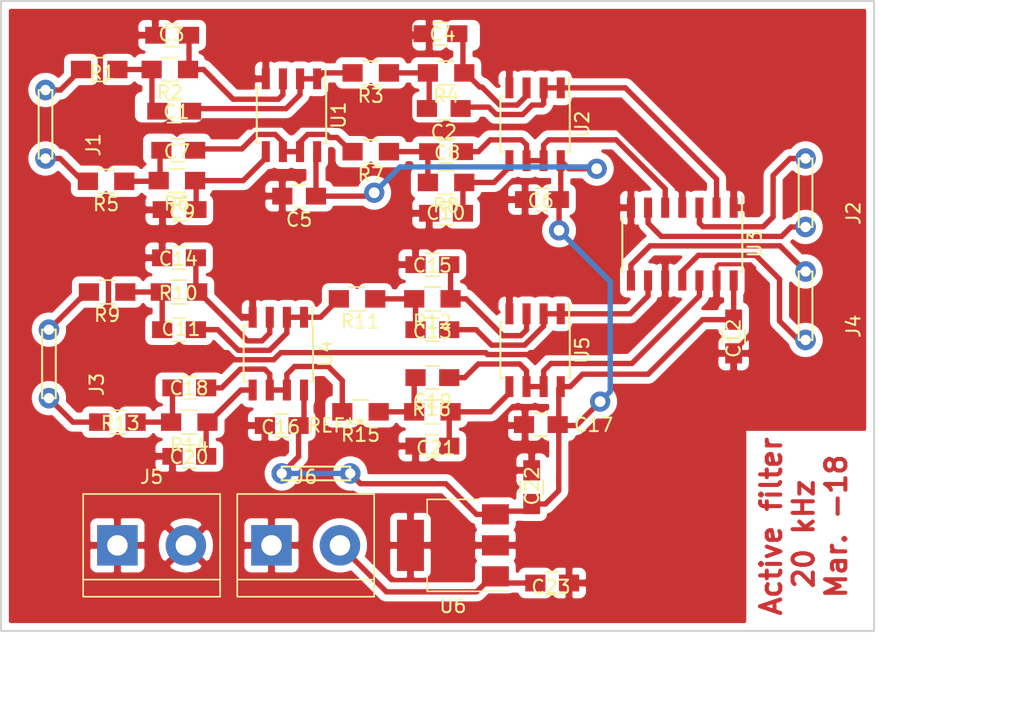
<source format=kicad_pcb>
(kicad_pcb (version 4) (host pcbnew 4.0.7)
  (layers (0 F.Cu signal hide) (31 B.Cu signal) (34 B.Paste user hide) (35 F.Paste user) (36 B.SilkS user) (37 F.SilkS user) (38 B.Mask user) (39 F.Mask user) (44 Edge.Cuts user))
  (net 0 "")
  (net 1 GND)
  (net 2 "Net-(C2-Pad1)")
  (net 3 VCC)
  (net 4 "Net-(J2-Pad1)")
  (net 5 "Net-(J2-Pad2)")
  (net 6 "Net-(C9-Pad1)")
  (net 7 "Net-(C10-Pad1)")
  (net 8 "Net-(C11-Pad1)")
  (net 9 "Net-(C11-Pad2)")
  (net 10 "Net-(C15-Pad1)")
  (net 11 "Net-(C18-Pad1)")
  (net 12 "Net-(C18-Pad2)")
  (net 13 "Net-(C4-Pad1)")
  (net 14 "Net-(C7-Pad1)")
  (net 15 "Net-(J3-Pad1)")
  (net 16 "Net-(J3-Pad2)")
  (net 17 "Net-(C1-Pad1)")
  (net 18 "Net-(C1-Pad2)")
  (net 19 "Net-(C2-Pad2)")
  (net 20 "Net-(C3-Pad1)")
  (net 21 "Net-(C7-Pad2)")
  (net 22 "Net-(C8-Pad1)")
  (net 23 "Net-(C19-Pad1)")
  (net 24 "Net-(J1-Pad1)")
  (net 25 "Net-(J1-Pad2)")
  (net 26 "Net-(J4-Pad1)")
  (net 27 "Net-(J4-Pad2)")
  (net 28 "Net-(C8-Pad2)")
  (net 29 "Net-(C13-Pad1)")
  (net 30 "Net-(C13-Pad2)")
  (net 31 "Net-(C14-Pad1)")
  (net 32 "Net-(C21-Pad1)")
  (net 33 "Net-(C19-Pad2)")
  (net 34 "Net-(C20-Pad1)")
  (net 35 "Net-(C23-Pad1)")
  (module Capacitors_SMD:C_0805_HandSoldering (layer F.Cu) (at 139.85 70.15)
    (fp_text reference C1 (at 0.154 0.05) (layer F.SilkS))
    (fp_text value 4.7nF)
    (pad 1 smd rect (at -1.25 0) (size 1.5 1.25) (layers F.Cu F.Paste F.Mask) (net 17 "Net-(C1-Pad1)"))
    (pad 2 smd rect (at 1.25 0) (size 1.5 1.25) (layers F.Cu F.Paste F.Mask) (net 18 "Net-(C1-Pad2)"))
  )
  (module Capacitors_SMD:C_0805_HandSoldering (layer F.Cu) (at 159.85 69.95 180)
    (fp_text reference C2 (at 0 -1.75 180) (layer F.SilkS))
    (fp_text value 820pf)
    (pad 1 smd rect (at -1.25 0 180) (size 1.5 1.25) (layers F.Cu F.Paste F.Mask) (net 2 "Net-(C2-Pad1)"))
    (pad 2 smd rect (at 1.25 0 180) (size 1.5 1.25) (layers F.Cu F.Paste F.Mask) (net 19 "Net-(C2-Pad2)"))
  )
  (module Capacitors_SMD:C_0805_HandSoldering (layer F.Cu) (at 139.7 64.516 180)
    (fp_text reference C3 (at 0.05 0.066 180) (layer F.SilkS))
    (fp_text value 680pF)
    (pad 1 smd rect (at -1.25 0 180) (size 1.5 1.25) (layers F.Cu F.Paste F.Mask) (net 20 "Net-(C3-Pad1)"))
    (pad 2 smd rect (at 1.25 0 180) (size 1.5 1.25) (layers F.Cu F.Paste F.Mask) (net 1 GND))
  )
  (module Capacitors_SMD:C_0805_HandSoldering (layer F.Cu) (at 159.6 64.4 180)
    (fp_text reference C4 (at -0.15 -0.05 180) (layer F.SilkS))
    (fp_text value 680pF)
    (pad 1 smd rect (at -1.25 0 180) (size 1.5 1.25) (layers F.Cu F.Paste F.Mask) (net 13 "Net-(C4-Pad1)"))
    (pad 2 smd rect (at 1.25 0 180) (size 1.5 1.25) (layers F.Cu F.Paste F.Mask) (net 1 GND))
  )
  (module Capacitors_SMD:C_0805_HandSoldering (layer F.Cu) (at 149.118 76.454 180)
    (fp_text reference C5 (at 0 -1.75 180) (layer F.SilkS))
    (fp_text value C)
    (pad 1 smd rect (at -1.25 0 180) (size 1.5 1.25) (layers F.Cu F.Paste F.Mask) (net 3 VCC))
    (pad 2 smd rect (at 1.25 0 180) (size 1.5 1.25) (layers F.Cu F.Paste F.Mask) (net 1 GND))
  )
  (module Capacitors_SMD:C_0805_HandSoldering (layer F.Cu) (at 167.132 76.708 180)
    (fp_text reference C6 (at 0.082 -0.092 180) (layer F.SilkS))
    (fp_text value C)
    (pad 1 smd rect (at -1.25 0 180) (size 1.5 1.25) (layers F.Cu F.Paste F.Mask) (net 3 VCC))
    (pad 2 smd rect (at 1.25 0 180) (size 1.5 1.25) (layers F.Cu F.Paste F.Mask) (net 1 GND))
  )
  (module Capacitors_SMD:C_0805_HandSoldering (layer F.Cu) (at 140.15 73.05)
    (fp_text reference C7 (at -0.1 0.1) (layer F.SilkS))
    (fp_text value 4.7nF)
    (pad 1 smd rect (at -1.25 0) (size 1.5 1.25) (layers F.Cu F.Paste F.Mask) (net 14 "Net-(C7-Pad1)"))
    (pad 2 smd rect (at 1.25 0) (size 1.5 1.25) (layers F.Cu F.Paste F.Mask) (net 21 "Net-(C7-Pad2)"))
  )
  (module Capacitors_SMD:C_0805_HandSoldering (layer F.Cu) (at 160.02 73.152 180)
    (fp_text reference C8 (at -0.08 -0.098 180) (layer F.SilkS))
    (fp_text value 820pf)
    (pad 1 smd rect (at -1.25 0 180) (size 1.5 1.25) (layers F.Cu F.Paste F.Mask) (net 22 "Net-(C8-Pad1)"))
    (pad 2 smd rect (at 1.25 0 180) (size 1.5 1.25) (layers F.Cu F.Paste F.Mask) (net 28 "Net-(C8-Pad2)"))
  )
  (module Capacitors_SMD:C_0805_HandSoldering (layer F.Cu) (at 140.25 77.45 180)
    (fp_text reference C9 (at -0.2 -0.2 180) (layer F.SilkS))
    (fp_text value 680pF)
    (pad 1 smd rect (at -1.25 0 180) (size 1.5 1.25) (layers F.Cu F.Paste F.Mask) (net 6 "Net-(C9-Pad1)"))
    (pad 2 smd rect (at 1.25 0 180) (size 1.5 1.25) (layers F.Cu F.Paste F.Mask) (net 1 GND))
  )
  (module Capacitors_SMD:C_0805_HandSoldering (layer F.Cu) (at 160.02 77.724 180)
    (fp_text reference C10 (at 0.02 0.024 180) (layer F.SilkS))
    (fp_text value 680pF)
    (pad 1 smd rect (at -1.25 0 180) (size 1.5 1.25) (layers F.Cu F.Paste F.Mask) (net 7 "Net-(C10-Pad1)"))
    (pad 2 smd rect (at 1.25 0 180) (size 1.5 1.25) (layers F.Cu F.Paste F.Mask) (net 1 GND))
  )
  (module Capacitors_SMD:C_0805_HandSoldering (layer F.Cu) (at 140.208 86.36)
    (fp_text reference C11 (at 0.142 -0.06) (layer F.SilkS))
    (fp_text value 4.7nF)
    (pad 1 smd rect (at -1.25 0) (size 1.5 1.25) (layers F.Cu F.Paste F.Mask) (net 8 "Net-(C11-Pad1)"))
    (pad 2 smd rect (at 1.25 0) (size 1.5 1.25) (layers F.Cu F.Paste F.Mask) (net 9 "Net-(C11-Pad2)"))
  )
  (module Capacitors_SMD:C_0805_HandSoldering (layer F.Cu) (at 181.356 86.868 270)
    (fp_text reference C12 (at 0.132 0.006 270) (layer F.SilkS))
    (fp_text value C)
    (pad 1 smd rect (at -1.25 0 270) (size 1.5 1.25) (layers F.Cu F.Paste F.Mask) (net 3 VCC))
    (pad 2 smd rect (at 1.25 0 270) (size 1.5 1.25) (layers F.Cu F.Paste F.Mask) (net 1 GND))
  )
  (module Capacitors_SMD:C_0805_HandSoldering (layer F.Cu) (at 159.004 86.36 180)
    (fp_text reference C13 (at 0.004 -0.14 180) (layer F.SilkS))
    (fp_text value 820pf)
    (pad 1 smd rect (at -1.25 0 180) (size 1.5 1.25) (layers F.Cu F.Paste F.Mask) (net 29 "Net-(C13-Pad1)"))
    (pad 2 smd rect (at 1.25 0 180) (size 1.5 1.25) (layers F.Cu F.Paste F.Mask) (net 30 "Net-(C13-Pad2)"))
  )
  (module Capacitors_SMD:C_0805_HandSoldering (layer F.Cu) (at 140.208 81.026 180)
    (fp_text reference C14 (at 0.058 -0.074 180) (layer F.SilkS))
    (fp_text value 680pF)
    (pad 1 smd rect (at -1.25 0 180) (size 1.5 1.25) (layers F.Cu F.Paste F.Mask) (net 31 "Net-(C14-Pad1)"))
    (pad 2 smd rect (at 1.25 0 180) (size 1.5 1.25) (layers F.Cu F.Paste F.Mask) (net 1 GND))
  )
  (module Capacitors_SMD:C_0805_HandSoldering (layer F.Cu) (at 159.004 81.534 180)
    (fp_text reference C15 (at 0.004 -0.066 180) (layer F.SilkS))
    (fp_text value 680pF)
    (pad 1 smd rect (at -1.25 0 180) (size 1.5 1.25) (layers F.Cu F.Paste F.Mask) (net 10 "Net-(C15-Pad1)"))
    (pad 2 smd rect (at 1.25 0 180) (size 1.5 1.25) (layers F.Cu F.Paste F.Mask) (net 1 GND))
  )
  (module Capacitors_SMD:C_0805_HandSoldering (layer F.Cu) (at 147.828 93.472 180)
    (fp_text reference C16 (at 0.078 -0.128 180) (layer F.SilkS))
    (fp_text value C)
    (pad 1 smd rect (at -1.25 0 180) (size 1.5 1.25) (layers F.Cu F.Paste F.Mask) (net 3 VCC))
    (pad 2 smd rect (at 1.25 0 180) (size 1.5 1.25) (layers F.Cu F.Paste F.Mask) (net 1 GND))
  )
  (module Capacitors_SMD:C_0805_HandSoldering (layer F.Cu) (at 167.05 93.4 180)
    (fp_text reference C17 (at -3.918 -0.028 180) (layer F.SilkS))
    (fp_text value C)
    (pad 1 smd rect (at -1.25 0 180) (size 1.5 1.25) (layers F.Cu F.Paste F.Mask) (net 3 VCC))
    (pad 2 smd rect (at 1.25 0 180) (size 1.5 1.25) (layers F.Cu F.Paste F.Mask) (net 1 GND))
  )
  (module Capacitors_SMD:C_0805_HandSoldering (layer F.Cu) (at 140.97 90.678)
    (fp_text reference C18 (at -0.02 0.022) (layer F.SilkS))
    (fp_text value 4.7nF)
    (pad 1 smd rect (at -1.25 0) (size 1.5 1.25) (layers F.Cu F.Paste F.Mask) (net 11 "Net-(C18-Pad1)"))
    (pad 2 smd rect (at 1.25 0) (size 1.5 1.25) (layers F.Cu F.Paste F.Mask) (net 12 "Net-(C18-Pad2)"))
  )
  (module Capacitors_SMD:C_0805_HandSoldering (layer F.Cu) (at 159.004 89.916 180)
    (fp_text reference C19 (at 0 -1.75 180) (layer F.SilkS))
    (fp_text value 820pf)
    (pad 1 smd rect (at -1.25 0 180) (size 1.5 1.25) (layers F.Cu F.Paste F.Mask) (net 23 "Net-(C19-Pad1)"))
    (pad 2 smd rect (at 1.25 0 180) (size 1.5 1.25) (layers F.Cu F.Paste F.Mask) (net 33 "Net-(C19-Pad2)"))
  )
  (module Connectors_Terminal_Blocks:TerminalBlock_bornier-2_P5.08mm (layer F.Cu) (at 135.636 102.362)
    (fp_text reference J5 (at 2.54 -5.08) (layer F.SilkS))
    (fp_text value GND_conns)
    (pad 1 thru_hole rect (at 0 0) (size 3 3) (drill 1.52) (layers *.Cu *.Mask) (net 1 GND))
    (pad 2 thru_hole circle (at 5.08 0) (size 3 3) (drill 1.52) (layers *.Cu *.Mask) (net 1 GND))
  )
  (module Connectors_Terminal_Blocks:TerminalBlock_bornier-2_P5.08mm (layer F.Cu) (at 147.066 102.362)
    (fp_text reference J6 (at 2.54 -5.08) (layer F.SilkS))
    (fp_text value PWR_Ext)
    (pad 1 thru_hole rect (at 0 0) (size 3 3) (drill 1.52) (layers *.Cu *.Mask) (net 1 GND))
    (pad 2 thru_hole circle (at 5.08 0) (size 3 3) (drill 1.52) (layers *.Cu *.Mask) (net 35 "Net-(C23-Pad1)"))
  )
  (module Resistors_SMD:R_0805_HandSoldering (layer F.Cu) (at 134.286 67.056 180)
    (fp_text reference R1 (at -0.214 -0.244 180) (layer F.SilkS))
    (fp_text value 5,23K)
    (pad 1 smd rect (at -1.35 0 180) (size 1.5 1.3) (layers F.Cu F.Paste F.Mask) (net 17 "Net-(C1-Pad1)"))
    (pad 2 smd rect (at 1.35 0 180) (size 1.5 1.3) (layers F.Cu F.Paste F.Mask) (net 24 "Net-(J1-Pad1)"))
  )
  (module Resistors_SMD:R_0805_HandSoldering (layer F.Cu) (at 139.526 67.056 180)
    (fp_text reference R2 (at 0 -1.7 180) (layer F.SilkS))
    (fp_text value 6,65K)
    (pad 1 smd rect (at -1.35 0 180) (size 1.5 1.3) (layers F.Cu F.Paste F.Mask) (net 20 "Net-(C3-Pad1)"))
    (pad 2 smd rect (at 1.35 0 180) (size 1.5 1.3) (layers F.Cu F.Paste F.Mask) (net 17 "Net-(C1-Pad1)"))
  )
  (module Resistors_SMD:R_0805_HandSoldering (layer F.Cu) (at 154.432 67.31 180)
    (fp_text reference R3 (at 0 -1.7 180) (layer F.SilkS))
    (fp_text value 11,8K)
    (pad 1 smd rect (at -1.35 0 180) (size 1.5 1.3) (layers F.Cu F.Paste F.Mask) (net 19 "Net-(C2-Pad2)"))
    (pad 2 smd rect (at 1.35 0 180) (size 1.5 1.3) (layers F.Cu F.Paste F.Mask) (net 18 "Net-(C1-Pad2)"))
  )
  (module Resistors_SMD:R_0805_HandSoldering (layer F.Cu) (at 160.02 67.31 180)
    (fp_text reference R4 (at 0 -1.7 180) (layer F.SilkS))
    (fp_text value 16,9K)
    (pad 1 smd rect (at -1.35 0 180) (size 1.5 1.3) (layers F.Cu F.Paste F.Mask) (net 13 "Net-(C4-Pad1)"))
    (pad 2 smd rect (at 1.35 0 180) (size 1.5 1.3) (layers F.Cu F.Paste F.Mask) (net 19 "Net-(C2-Pad2)"))
  )
  (module Resistors_SMD:R_0805_HandSoldering (layer F.Cu) (at 134.794 75.35 180)
    (fp_text reference R5 (at 0 -1.7 180) (layer F.SilkS))
    (fp_text value 5,23K)
    (pad 1 smd rect (at -1.35 0 180) (size 1.5 1.3) (layers F.Cu F.Paste F.Mask) (net 14 "Net-(C7-Pad1)"))
    (pad 2 smd rect (at 1.35 0 180) (size 1.5 1.3) (layers F.Cu F.Paste F.Mask) (net 25 "Net-(J1-Pad2)"))
  )
  (module Resistors_SMD:R_0805_HandSoldering (layer F.Cu) (at 140.05 75.3 180)
    (fp_text reference R6 (at 0 -1.7 180) (layer F.SilkS))
    (fp_text value 6,65K)
    (pad 1 smd rect (at -1.35 0 180) (size 1.5 1.3) (layers F.Cu F.Paste F.Mask) (net 6 "Net-(C9-Pad1)"))
    (pad 2 smd rect (at 1.35 0 180) (size 1.5 1.3) (layers F.Cu F.Paste F.Mask) (net 14 "Net-(C7-Pad1)"))
  )
  (module Resistors_SMD:R_0805_HandSoldering (layer F.Cu) (at 154.432 73.152 180)
    (fp_text reference R7 (at 0 -1.7 180) (layer F.SilkS))
    (fp_text value 11,8K)
    (pad 1 smd rect (at -1.35 0 180) (size 1.5 1.3) (layers F.Cu F.Paste F.Mask) (net 28 "Net-(C8-Pad2)"))
    (pad 2 smd rect (at 1.35 0 180) (size 1.5 1.3) (layers F.Cu F.Paste F.Mask) (net 21 "Net-(C7-Pad2)"))
  )
  (module Resistors_SMD:R_0805_HandSoldering (layer F.Cu) (at 160.02 75.438 180)
    (fp_text reference R8 (at 0 -1.7 180) (layer F.SilkS))
    (fp_text value 16,9K)
    (pad 1 smd rect (at -1.35 0 180) (size 1.5 1.3) (layers F.Cu F.Paste F.Mask) (net 7 "Net-(C10-Pad1)"))
    (pad 2 smd rect (at 1.35 0 180) (size 1.5 1.3) (layers F.Cu F.Paste F.Mask) (net 28 "Net-(C8-Pad2)"))
  )
  (module Resistors_SMD:R_0805_HandSoldering (layer F.Cu) (at 134.874 83.566 180)
    (fp_text reference R9 (at 0 -1.7 180) (layer F.SilkS))
    (fp_text value 5,23K)
    (pad 1 smd rect (at -1.35 0 180) (size 1.5 1.3) (layers F.Cu F.Paste F.Mask) (net 8 "Net-(C11-Pad1)"))
    (pad 2 smd rect (at 1.35 0 180) (size 1.5 1.3) (layers F.Cu F.Paste F.Mask) (net 15 "Net-(J3-Pad1)"))
  )
  (module Resistors_SMD:R_0805_HandSoldering (layer F.Cu) (at 140.208 83.566 180)
    (fp_text reference R10 (at 0.058 -0.084 180) (layer F.SilkS))
    (fp_text value 6,65K)
    (pad 1 smd rect (at -1.35 0 180) (size 1.5 1.3) (layers F.Cu F.Paste F.Mask) (net 31 "Net-(C14-Pad1)"))
    (pad 2 smd rect (at 1.35 0 180) (size 1.5 1.3) (layers F.Cu F.Paste F.Mask) (net 8 "Net-(C11-Pad1)"))
  )
  (module Resistors_SMD:R_0805_HandSoldering (layer F.Cu) (at 153.416 84.074 180)
    (fp_text reference R11 (at -0.234 -1.676 180) (layer F.SilkS))
    (fp_text value 11,8K)
    (pad 1 smd rect (at -1.35 0 180) (size 1.5 1.3) (layers F.Cu F.Paste F.Mask) (net 30 "Net-(C13-Pad2)"))
    (pad 2 smd rect (at 1.35 0 180) (size 1.5 1.3) (layers F.Cu F.Paste F.Mask) (net 9 "Net-(C11-Pad2)"))
  )
  (module Resistors_SMD:R_0805_HandSoldering (layer F.Cu) (at 159.004 84.074 180)
    (fp_text reference R12 (at 0 -1.7 180) (layer F.SilkS))
    (fp_text value 16,9K)
    (pad 1 smd rect (at -1.35 0 180) (size 1.5 1.3) (layers F.Cu F.Paste F.Mask) (net 10 "Net-(C15-Pad1)"))
    (pad 2 smd rect (at 1.35 0 180) (size 1.5 1.3) (layers F.Cu F.Paste F.Mask) (net 30 "Net-(C13-Pad2)"))
  )
  (module Resistors_SMD:R_0805_HandSoldering (layer F.Cu) (at 135.636 93.218 180)
    (fp_text reference R13 (at -0.214 -0.082 180) (layer F.SilkS))
    (fp_text value 5,23K)
    (pad 1 smd rect (at -1.35 0 180) (size 1.5 1.3) (layers F.Cu F.Paste F.Mask) (net 11 "Net-(C18-Pad1)"))
    (pad 2 smd rect (at 1.35 0 180) (size 1.5 1.3) (layers F.Cu F.Paste F.Mask) (net 16 "Net-(J3-Pad2)"))
  )
  (module Resistors_SMD:R_0805_HandSoldering (layer F.Cu) (at 140.97 93.218 180)
    (fp_text reference R14 (at 0 -1.7 180) (layer F.SilkS))
    (fp_text value 6,65K)
    (pad 1 smd rect (at -1.35 0 180) (size 1.5 1.3) (layers F.Cu F.Paste F.Mask) (net 34 "Net-(C20-Pad1)"))
    (pad 2 smd rect (at 1.35 0 180) (size 1.5 1.3) (layers F.Cu F.Paste F.Mask) (net 11 "Net-(C18-Pad1)"))
  )
  (module Resistors_SMD:R_0805_HandSoldering (layer F.Cu) (at 153.67 92.456 180)
    (fp_text reference R15 (at 0 -1.7 180) (layer F.SilkS))
    (fp_text value 11,8K)
    (pad 1 smd rect (at -1.35 0 180) (size 1.5 1.3) (layers F.Cu F.Paste F.Mask) (net 33 "Net-(C19-Pad2)"))
    (pad 2 smd rect (at 1.35 0 180) (size 1.5 1.3) (layers F.Cu F.Paste F.Mask) (net 12 "Net-(C18-Pad2)"))
  )
  (module Resistors_SMD:R_0805_HandSoldering (layer F.Cu) (at 159.004 92.456 180)
    (fp_text reference R16 (at 0.054 0.206 180) (layer F.SilkS))
    (fp_text value 16,9K)
    (pad 1 smd rect (at -1.35 0 180) (size 1.5 1.3) (layers F.Cu F.Paste F.Mask) (net 32 "Net-(C21-Pad1)"))
    (pad 2 smd rect (at 1.35 0 180) (size 1.5 1.3) (layers F.Cu F.Paste F.Mask) (net 33 "Net-(C19-Pad2)"))
  )
  (module Housings_SOIC:SOIC-8_3.9x4.9mm_Pitch1.27mm (layer F.Cu) (at 148.55 70.45 270)
    (fp_text reference U1 (at 0 -3.5 270) (layer F.SilkS))
    (fp_text value NE5532)
    (pad 1 smd rect (at -2.7 -1.905 270) (size 1.55 0.6) (layers F.Cu F.Paste F.Mask) (net 18 "Net-(C1-Pad2)"))
    (pad 2 smd rect (at -2.7 -0.635 270) (size 1.55 0.6) (layers F.Cu F.Paste F.Mask) (net 18 "Net-(C1-Pad2)"))
    (pad 3 smd rect (at -2.7 0.635 270) (size 1.55 0.6) (layers F.Cu F.Paste F.Mask) (net 20 "Net-(C3-Pad1)"))
    (pad 4 smd rect (at -2.7 1.905 270) (size 1.55 0.6) (layers F.Cu F.Paste F.Mask) (net 1 GND))
    (pad 5 smd rect (at 2.7 1.905 270) (size 1.55 0.6) (layers F.Cu F.Paste F.Mask) (net 6 "Net-(C9-Pad1)"))
    (pad 6 smd rect (at 2.7 0.635 270) (size 1.55 0.6) (layers F.Cu F.Paste F.Mask) (net 21 "Net-(C7-Pad2)"))
    (pad 7 smd rect (at 2.7 -0.635 270) (size 1.55 0.6) (layers F.Cu F.Paste F.Mask) (net 21 "Net-(C7-Pad2)"))
    (pad 8 smd rect (at 2.7 -1.905 270) (size 1.55 0.6) (layers F.Cu F.Paste F.Mask) (net 3 VCC))
  )
  (module Housings_SOIC:SOIC-8_3.9x4.9mm_Pitch1.27mm (layer F.Cu) (at 166.624 71.12 270)
    (fp_text reference U2 (at 0 -3.5 270) (layer F.SilkS))
    (fp_text value NE5532)
    (pad 1 smd rect (at -2.7 -1.905 270) (size 1.55 0.6) (layers F.Cu F.Paste F.Mask) (net 2 "Net-(C2-Pad1)"))
    (pad 2 smd rect (at -2.7 -0.635 270) (size 1.55 0.6) (layers F.Cu F.Paste F.Mask) (net 2 "Net-(C2-Pad1)"))
    (pad 3 smd rect (at -2.7 0.635 270) (size 1.55 0.6) (layers F.Cu F.Paste F.Mask) (net 13 "Net-(C4-Pad1)"))
    (pad 4 smd rect (at -2.7 1.905 270) (size 1.55 0.6) (layers F.Cu F.Paste F.Mask) (net 1 GND))
    (pad 5 smd rect (at 2.7 1.905 270) (size 1.55 0.6) (layers F.Cu F.Paste F.Mask) (net 7 "Net-(C10-Pad1)"))
    (pad 6 smd rect (at 2.7 0.635 270) (size 1.55 0.6) (layers F.Cu F.Paste F.Mask) (net 22 "Net-(C8-Pad1)"))
    (pad 7 smd rect (at 2.7 -0.635 270) (size 1.55 0.6) (layers F.Cu F.Paste F.Mask) (net 22 "Net-(C8-Pad1)"))
    (pad 8 smd rect (at 2.7 -1.905 270) (size 1.55 0.6) (layers F.Cu F.Paste F.Mask) (net 3 VCC))
  )
  (module Housings_SOIC:SOIC-14_3.9x8.7mm_Pitch1.27mm (layer F.Cu) (at 177.546 80.01 270)
    (fp_text reference U3 (at 0 -5.375 270) (layer F.SilkS))
    (fp_text value 74LVC125)
    (pad 1 smd rect (at -2.7 -3.81 270) (size 1.5 0.6) (layers F.Cu F.Paste F.Mask) (net 1 GND))
    (pad 2 smd rect (at -2.7 -2.54 270) (size 1.5 0.6) (layers F.Cu F.Paste F.Mask) (net 2 "Net-(C2-Pad1)"))
    (pad 3 smd rect (at -2.7 -1.27 270) (size 1.5 0.6) (layers F.Cu F.Paste F.Mask) (net 4 "Net-(J2-Pad1)"))
    (pad 4 smd rect (at -2.7 0 270) (size 1.5 0.6) (layers F.Cu F.Paste F.Mask) (net 1 GND))
    (pad 5 smd rect (at -2.7 1.27 270) (size 1.5 0.6) (layers F.Cu F.Paste F.Mask) (net 22 "Net-(C8-Pad1)"))
    (pad 6 smd rect (at -2.7 2.54 270) (size 1.5 0.6) (layers F.Cu F.Paste F.Mask) (net 5 "Net-(J2-Pad2)"))
    (pad 7 smd rect (at -2.7 3.81 270) (size 1.5 0.6) (layers F.Cu F.Paste F.Mask) (net 1 GND))
    (pad 8 smd rect (at 2.7 3.81 270) (size 1.5 0.6) (layers F.Cu F.Paste F.Mask) (net 26 "Net-(J4-Pad1)"))
    (pad 9 smd rect (at 2.7 2.54 270) (size 1.5 0.6) (layers F.Cu F.Paste F.Mask) (net 29 "Net-(C13-Pad1)"))
    (pad 10 smd rect (at 2.7 1.27 270) (size 1.5 0.6) (layers F.Cu F.Paste F.Mask) (net 1 GND))
    (pad 11 smd rect (at 2.7 0 270) (size 1.5 0.6) (layers F.Cu F.Paste F.Mask) (net 27 "Net-(J4-Pad2)"))
    (pad 12 smd rect (at 2.7 -1.27 270) (size 1.5 0.6) (layers F.Cu F.Paste F.Mask) (net 23 "Net-(C19-Pad1)"))
    (pad 13 smd rect (at 2.7 -2.54 270) (size 1.5 0.6) (layers F.Cu F.Paste F.Mask) (net 1 GND))
    (pad 14 smd rect (at 2.7 -3.81 270) (size 1.5 0.6) (layers F.Cu F.Paste F.Mask) (net 3 VCC))
  )
  (module Housings_SOIC:SOIC-8_3.9x4.9mm_Pitch1.27mm (layer F.Cu) (at 147.574 88.138 270)
    (fp_text reference U4 (at 0 -3.5 270) (layer F.SilkS))
    (fp_text value NE5532)
    (pad 1 smd rect (at -2.7 -1.905 270) (size 1.55 0.6) (layers F.Cu F.Paste F.Mask) (net 9 "Net-(C11-Pad2)"))
    (pad 2 smd rect (at -2.7 -0.635 270) (size 1.55 0.6) (layers F.Cu F.Paste F.Mask) (net 9 "Net-(C11-Pad2)"))
    (pad 3 smd rect (at -2.7 0.635 270) (size 1.55 0.6) (layers F.Cu F.Paste F.Mask) (net 31 "Net-(C14-Pad1)"))
    (pad 4 smd rect (at -2.7 1.905 270) (size 1.55 0.6) (layers F.Cu F.Paste F.Mask) (net 1 GND))
    (pad 5 smd rect (at 2.7 1.905 270) (size 1.55 0.6) (layers F.Cu F.Paste F.Mask) (net 34 "Net-(C20-Pad1)"))
    (pad 6 smd rect (at 2.7 0.635 270) (size 1.55 0.6) (layers F.Cu F.Paste F.Mask) (net 12 "Net-(C18-Pad2)"))
    (pad 7 smd rect (at 2.7 -0.635 270) (size 1.55 0.6) (layers F.Cu F.Paste F.Mask) (net 12 "Net-(C18-Pad2)"))
    (pad 8 smd rect (at 2.7 -1.905 270) (size 1.55 0.6) (layers F.Cu F.Paste F.Mask) (net 3 VCC))
  )
  (module Housings_SOIC:SOIC-8_3.9x4.9mm_Pitch1.27mm (layer F.Cu) (at 166.624 87.884 270)
    (fp_text reference U5 (at 0 -3.5 270) (layer F.SilkS))
    (fp_text value NE5532)
    (pad 1 smd rect (at -2.7 -1.905 270) (size 1.55 0.6) (layers F.Cu F.Paste F.Mask) (net 29 "Net-(C13-Pad1)"))
    (pad 2 smd rect (at -2.7 -0.635 270) (size 1.55 0.6) (layers F.Cu F.Paste F.Mask) (net 29 "Net-(C13-Pad1)"))
    (pad 3 smd rect (at -2.7 0.635 270) (size 1.55 0.6) (layers F.Cu F.Paste F.Mask) (net 10 "Net-(C15-Pad1)"))
    (pad 4 smd rect (at -2.7 1.905 270) (size 1.55 0.6) (layers F.Cu F.Paste F.Mask) (net 1 GND))
    (pad 5 smd rect (at 2.7 1.905 270) (size 1.55 0.6) (layers F.Cu F.Paste F.Mask) (net 32 "Net-(C21-Pad1)"))
    (pad 6 smd rect (at 2.7 0.635 270) (size 1.55 0.6) (layers F.Cu F.Paste F.Mask) (net 23 "Net-(C19-Pad1)"))
    (pad 7 smd rect (at 2.7 -0.635 270) (size 1.55 0.6) (layers F.Cu F.Paste F.Mask) (net 23 "Net-(C19-Pad1)"))
    (pad 8 smd rect (at 2.7 -1.905 270) (size 1.55 0.6) (layers F.Cu F.Paste F.Mask) (net 3 VCC))
  )
  (module TO_SOT_Packages_SMD:SOT-223-3_TabPin2 (layer F.Cu) (at 160.528 102.362 180)
    (fp_text reference U6 (at 0 -4.5 180) (layer F.SilkS))
    (fp_text value LM2937)
    (pad 2 smd rect (at 3.15 0 180) (size 2 3.8) (layers F.Cu F.Paste F.Mask) (net 1 GND))
    (pad 2 smd rect (at -3.15 0 180) (size 2 1.5) (layers F.Cu F.Paste F.Mask) (net 1 GND))
    (pad 3 smd rect (at -3.15 2.3 180) (size 2 1.5) (layers F.Cu F.Paste F.Mask) (net 3 VCC))
    (pad 1 smd rect (at -3.15 -2.3 180) (size 2 1.5) (layers F.Cu F.Paste F.Mask) (net 35 "Net-(C23-Pad1)"))
  )
  (module Capacitors_SMD:C_0805_HandSoldering (layer F.Cu) (at 140.97 95.758 180)
    (fp_text reference C20 (at 0.02 -0.042 180) (layer F.SilkS))
    (fp_text value 680pF)
    (pad 1 smd rect (at -1.25 0 180) (size 1.5 1.25) (layers F.Cu F.Paste F.Mask) (net 34 "Net-(C20-Pad1)"))
    (pad 2 smd rect (at 1.25 0 180) (size 1.5 1.25) (layers F.Cu F.Paste F.Mask) (net 1 GND))
  )
  (module Capacitors_SMD:C_0805_HandSoldering (layer F.Cu) (at 159.004 94.996 180)
    (fp_text reference C21 (at -0.246 -0.154 180) (layer F.SilkS))
    (fp_text value 680pF)
    (pad 1 smd rect (at -1.25 0 180) (size 1.5 1.25) (layers F.Cu F.Paste F.Mask) (net 32 "Net-(C21-Pad1)"))
    (pad 2 smd rect (at 1.25 0 180) (size 1.5 1.25) (layers F.Cu F.Paste F.Mask) (net 1 GND))
  )
  (module Capacitors_SMD:C_0805_HandSoldering (layer F.Cu) (at 166.37 98.044 90)
    (fp_text reference C22 (at 0.094 0.03 90) (layer F.SilkS))
    (fp_text value 10uF)
    (pad 1 smd rect (at -1.25 0 90) (size 1.5 1.25) (layers F.Cu F.Paste F.Mask) (net 3 VCC))
    (pad 2 smd rect (at 1.25 0 90) (size 1.5 1.25) (layers F.Cu F.Paste F.Mask) (net 1 GND))
  )
  (module Capacitors_SMD:C_0805_HandSoldering (layer F.Cu) (at 167.894 105.156)
    (fp_text reference C23 (at -0.094 0.294) (layer F.SilkS))
    (fp_text value 0,1uF)
    (pad 1 smd rect (at -1.25 0) (size 1.5 1.25) (layers F.Cu F.Paste F.Mask) (net 35 "Net-(C23-Pad1)"))
    (pad 2 smd rect (at 1.25 0) (size 1.5 1.25) (layers F.Cu F.Paste F.Mask) (net 1 GND))
  )
  (module Libs:JUMPER_5MM (layer F.Cu) (at 131.318 72.644 270)
    (fp_text reference J1 (at 0 -2.54 270) (layer F.SilkS))
    (fp_text value in)
    (pad 1 thru_hole circle (at -4.064 1.016 270) (size 1.524 1.524) (drill 0.762) (layers *.Cu *.Mask) (net 24 "Net-(J1-Pad1)"))
    (pad 2 thru_hole circle (at 1.016 1.016 270) (size 1.524 1.524) (drill 0.762) (layers *.Cu *.Mask) (net 25 "Net-(J1-Pad2)"))
  )
  (module Libs:JUMPER_5MM (layer F.Cu) (at 187.706 77.724 270)
    (fp_text reference J2 (at 0 -2.54 270) (layer F.SilkS))
    (fp_text value ut)
    (pad 1 thru_hole circle (at -4.064 1.016 270) (size 1.524 1.524) (drill 0.762) (layers *.Cu *.Mask) (net 4 "Net-(J2-Pad1)"))
    (pad 2 thru_hole circle (at 1.016 1.016 270) (size 1.524 1.524) (drill 0.762) (layers *.Cu *.Mask) (net 5 "Net-(J2-Pad2)"))
  )
  (module Libs:JUMPER_5MM (layer F.Cu) (at 187.706 86.106 270)
    (fp_text reference J4 (at 0 -2.54 270) (layer F.SilkS))
    (fp_text value ut)
    (pad 1 thru_hole circle (at -4.064 1.016 270) (size 1.524 1.524) (drill 0.762) (layers *.Cu *.Mask) (net 26 "Net-(J4-Pad1)"))
    (pad 2 thru_hole circle (at 1.016 1.016 270) (size 1.524 1.524) (drill 0.762) (layers *.Cu *.Mask) (net 27 "Net-(J4-Pad2)"))
  )
  (module Libs:JUMPER_5MM (layer F.Cu) (at 131.572 90.424 270)
    (fp_text reference J3 (at 0 -2.54 270) (layer F.SilkS))
    (fp_text value in)
    (pad 1 thru_hole circle (at -4.064 1.016 270) (size 1.524 1.524) (drill 0.762) (layers *.Cu *.Mask) (net 15 "Net-(J3-Pad1)"))
    (pad 2 thru_hole circle (at 1.016 1.016 270) (size 1.524 1.524) (drill 0.762) (layers *.Cu *.Mask) (net 16 "Net-(J3-Pad2)"))
  )
  (module Libs:JUMPER_5MM (layer F.Cu) (at 151.892 96.012)
    (fp_text reference REF** (at 0 -2.54) (layer F.SilkS))
    (fp_text value "JUMPER 5MM")
    (pad 1 thru_hole circle (at -4.064 1.016) (size 1.524 1.524) (drill 0.762) (layers *.Cu *.Mask) (net 3 VCC))
    (pad 2 thru_hole circle (at 1.016 1.016) (size 1.524 1.524) (drill 0.762) (layers *.Cu *.Mask) (net 3 VCC))
  )
  (gr_line (start 191.77 61.976) (end 127 61.976) (layer Edge.Cuts) (width 0.15))
  (gr_line (start 191.77 108.712) (end 191.77 61.976) (layer Edge.Cuts) (width 0.15))
  (gr_line (start 127 108.712) (end 191.77 108.712) (layer Edge.Cuts) (width 0.15))
  (gr_line (start 127 61.976) (end 127 108.712) (layer Edge.Cuts) (width 0.15))
  (gr_text "Active filter\n20 kHz \nMar. -18" (at 186.55 100.95 90) (layer F.Cu) (effects (font (size 1.5 1.5) (thickness 0.3))))
  (segment (start 182.88 81.788) (end 182.88 86.469) (width 0.3) (layer F.Cu) (net 1))
  (segment (start 182.88 86.469) (end 181.356 87.993) (width 0.3) (layer F.Cu) (net 1))
  (segment (start 181.356 87.993) (end 181.356 88.118) (width 0.3) (layer F.Cu) (net 1))
  (segment (start 182.601999 81.509999) (end 182.88 81.788) (width 0.3) (layer F.Cu) (net 1))
  (segment (start 180.086 82.71) (end 180.086 81.66) (width 0.3) (layer F.Cu) (net 1))
  (segment (start 180.086 81.66) (end 180.236001 81.509999) (width 0.3) (layer F.Cu) (net 1))
  (segment (start 180.236001 81.509999) (end 182.601999 81.509999) (width 0.3) (layer F.Cu) (net 1))
  (segment (start 142.494 71.374) (end 136.906 71.374) (width 0.4) (layer F.Cu) (net 1))
  (segment (start 136.906 71.374) (end 134.366 68.834) (width 0.4) (layer F.Cu) (net 1))
  (segment (start 134.366 68.834) (end 134.366 65.532) (width 0.4) (layer F.Cu) (net 1))
  (segment (start 134.366 65.532) (end 135.382 64.516) (width 0.4) (layer F.Cu) (net 1))
  (segment (start 135.382 64.516) (end 138.45 64.516) (width 0.4) (layer F.Cu) (net 1))
  (segment (start 142.494 71.374) (end 142.24 71.374) (width 0.3) (layer F.Cu) (net 1))
  (segment (start 145.526744 71.374) (end 142.494 71.374) (width 0.3) (layer F.Cu) (net 1))
  (segment (start 176.276 82.71) (end 176.276 83.86) (width 0.4) (layer F.Cu) (net 1))
  (segment (start 176.276 83.86) (end 172.074164 88.061836) (width 0.4) (layer F.Cu) (net 1))
  (segment (start 147.23381 88.590629) (end 144.319889 88.590629) (width 0.4) (layer F.Cu) (net 1))
  (segment (start 172.074164 88.061836) (end 166.283663 88.061836) (width 0.4) (layer F.Cu) (net 1))
  (segment (start 163.103402 88.206524) (end 162.958714 88.061836) (width 0.4) (layer F.Cu) (net 1))
  (segment (start 136.463998 81.026) (end 137.808 81.026) (width 0.4) (layer F.Cu) (net 1))
  (segment (start 166.283663 88.061836) (end 166.138975 88.206524) (width 0.4) (layer F.Cu) (net 1))
  (segment (start 166.138975 88.206524) (end 163.103402 88.206524) (width 0.4) (layer F.Cu) (net 1))
  (segment (start 162.958714 88.061836) (end 147.762603 88.061836) (width 0.4) (layer F.Cu) (net 1))
  (segment (start 143.791096 88.061836) (end 137.845836 88.061836) (width 0.4) (layer F.Cu) (net 1))
  (segment (start 147.762603 88.061836) (end 147.23381 88.590629) (width 0.4) (layer F.Cu) (net 1))
  (segment (start 144.319889 88.590629) (end 143.791096 88.061836) (width 0.4) (layer F.Cu) (net 1))
  (segment (start 134.973999 85.189999) (end 134.973999 82.515999) (width 0.4) (layer F.Cu) (net 1))
  (segment (start 137.845836 88.061836) (end 134.973999 85.189999) (width 0.4) (layer F.Cu) (net 1))
  (segment (start 134.973999 82.515999) (end 136.463998 81.026) (width 0.4) (layer F.Cu) (net 1))
  (segment (start 137.808 81.026) (end 138.958 81.026) (width 0.4) (layer F.Cu) (net 1))
  (segment (start 177.546 77.31) (end 177.546 76.26) (width 0.3) (layer F.Cu) (net 1))
  (segment (start 177.546 76.26) (end 172.510988 71.224988) (width 0.3) (layer F.Cu) (net 1))
  (segment (start 172.510988 71.224988) (end 145.675756 71.224988) (width 0.3) (layer F.Cu) (net 1))
  (segment (start 145.675756 71.224988) (end 145.526744 71.374) (width 0.3) (layer F.Cu) (net 1))
  (segment (start 176.276 82.71) (end 176.276 82.26) (width 0.3) (layer F.Cu) (net 1))
  (segment (start 166.408966 69.695001) (end 167.158999 69.695001) (width 0.4) (layer F.Cu) (net 2))
  (segment (start 163.184033 69.85) (end 163.729045 70.395012) (width 0.4) (layer F.Cu) (net 2))
  (segment (start 165.708955 70.395012) (end 166.408966 69.695001) (width 0.4) (layer F.Cu) (net 2))
  (segment (start 167.158999 69.695001) (end 167.259 69.595) (width 0.4) (layer F.Cu) (net 2))
  (segment (start 161.27 69.85) (end 163.184033 69.85) (width 0.4) (layer F.Cu) (net 2))
  (segment (start 167.259 69.595) (end 167.259 68.42) (width 0.4) (layer F.Cu) (net 2))
  (segment (start 163.729045 70.395012) (end 165.708955 70.395012) (width 0.4) (layer F.Cu) (net 2))
  (segment (start 168.529 68.42) (end 173.322 68.42) (width 0.4) (layer F.Cu) (net 2))
  (segment (start 173.322 68.42) (end 180.086 75.184) (width 0.4) (layer F.Cu) (net 2))
  (segment (start 180.086 75.184) (end 180.086 77.31) (width 0.4) (layer F.Cu) (net 2))
  (segment (start 168.529 68.42) (end 167.259 68.42) (width 0.4) (layer F.Cu) (net 2))
  (segment (start 154.686 76.2) (end 156.601641 74.284359) (width 0.4) (layer B.Cu) (net 3))
  (segment (start 171.058359 74.284359) (end 171.196 74.422) (width 0.4) (layer B.Cu) (net 3))
  (segment (start 156.601641 74.284359) (end 171.058359 74.284359) (width 0.4) (layer B.Cu) (net 3))
  (segment (start 147.828 97.028) (end 152.908 97.028) (width 0.4) (layer B.Cu) (net 3))
  (segment (start 147.828 97.028) (end 149.078 95.778) (width 0.4) (layer F.Cu) (net 3))
  (segment (start 149.078 95.778) (end 149.078 94.742) (width 0.4) (layer F.Cu) (net 3))
  (segment (start 152.908 97.028) (end 153.669999 97.789999) (width 0.4) (layer F.Cu) (net 3))
  (segment (start 153.669999 97.789999) (end 160.005999 97.789999) (width 0.4) (layer F.Cu) (net 3))
  (segment (start 160.005999 97.789999) (end 162.278 100.062) (width 0.4) (layer F.Cu) (net 3))
  (segment (start 162.278 100.062) (end 163.678 100.062) (width 0.4) (layer F.Cu) (net 3))
  (segment (start 149.078 94.742) (end 149.078 93.472) (width 0.4) (layer F.Cu) (net 3))
  (segment (start 168.402 78.994) (end 168.402 76.728) (width 0.4) (layer F.Cu) (net 3))
  (segment (start 168.402 76.728) (end 168.382 76.708) (width 0.4) (layer F.Cu) (net 3))
  (segment (start 172.199999 90.944001) (end 172.199999 82.791999) (width 0.4) (layer B.Cu) (net 3))
  (via (at 168.402 78.994) (size 1.5) (drill 0.8) (layers F.Cu B.Cu) (net 3))
  (segment (start 172.199999 82.791999) (end 168.402 78.994) (width 0.4) (layer B.Cu) (net 3))
  (segment (start 171.45 91.694) (end 172.199999 90.944001) (width 0.4) (layer B.Cu) (net 3))
  (segment (start 168.382 93.472) (end 169.672 93.472) (width 0.4) (layer F.Cu) (net 3))
  (segment (start 169.672 93.472) (end 171.45 91.694) (width 0.4) (layer F.Cu) (net 3))
  (via (at 171.45 91.694) (size 1.5) (drill 0.8) (layers F.Cu B.Cu) (net 3))
  (segment (start 171.196 74.422) (end 169.131 74.422) (width 0.4) (layer F.Cu) (net 3))
  (segment (start 169.131 74.422) (end 168.529 73.82) (width 0.4) (layer F.Cu) (net 3))
  (via (at 171.196 74.422) (size 1.5) (drill 0.8) (layers F.Cu B.Cu) (net 3))
  (segment (start 150.368 76.454) (end 154.432 76.454) (width 0.4) (layer F.Cu) (net 3))
  (segment (start 154.432 76.454) (end 154.686 76.2) (width 0.4) (layer F.Cu) (net 3))
  (via (at 154.686 76.2) (size 1.5) (drill 0.8) (layers F.Cu B.Cu) (net 3))
  (segment (start 168.382 93.472) (end 168.382 97.282) (width 0.4) (layer F.Cu) (net 3))
  (segment (start 168.382 97.282) (end 168.382 97.701) (width 0.4) (layer F.Cu) (net 3))
  (segment (start 166.37 99.294) (end 167.395 99.294) (width 0.4) (layer F.Cu) (net 3))
  (segment (start 167.395 99.294) (end 168.382 98.307) (width 0.4) (layer F.Cu) (net 3))
  (segment (start 168.382 98.307) (end 168.382 97.282) (width 0.4) (layer F.Cu) (net 3))
  (segment (start 175.006 89.662) (end 179.05 85.618) (width 0.4) (layer F.Cu) (net 3))
  (segment (start 179.05 85.618) (end 181.356 85.618) (width 0.4) (layer F.Cu) (net 3))
  (segment (start 170.151 89.662) (end 175.006 89.662) (width 0.4) (layer F.Cu) (net 3))
  (segment (start 168.529 90.584) (end 169.229 90.584) (width 0.4) (layer F.Cu) (net 3))
  (segment (start 169.229 90.584) (end 170.151 89.662) (width 0.4) (layer F.Cu) (net 3))
  (segment (start 166.261 99.822) (end 166.136 99.822) (width 0.4) (layer F.Cu) (net 3))
  (segment (start 166.136 99.822) (end 163.918 99.822) (width 0.4) (layer F.Cu) (net 3))
  (segment (start 163.918 99.822) (end 163.678 100.062) (width 0.4) (layer F.Cu) (net 3))
  (segment (start 181.356 82.71) (end 181.356 85.618) (width 0.4) (layer F.Cu) (net 3))
  (segment (start 181.336 82.73) (end 181.356 82.71) (width 0.4) (layer F.Cu) (net 3))
  (segment (start 168.382 93.472) (end 168.382 90.731) (width 0.4) (layer F.Cu) (net 3))
  (segment (start 168.382 90.731) (end 168.529 90.584) (width 0.4) (layer F.Cu) (net 3))
  (segment (start 149.479 90.838) (end 149.479 93.071) (width 0.4) (layer F.Cu) (net 3))
  (segment (start 149.479 93.071) (end 149.078 93.472) (width 0.4) (layer F.Cu) (net 3))
  (segment (start 168.529 73.82) (end 168.529 76.561) (width 0.4) (layer F.Cu) (net 3))
  (segment (start 168.529 76.561) (end 168.382 76.708) (width 0.4) (layer F.Cu) (net 3))
  (segment (start 150.368 76.454) (end 150.368 73.237) (width 0.4) (layer F.Cu) (net 3))
  (segment (start 150.368 73.237) (end 150.455 73.15) (width 0.4) (layer F.Cu) (net 3))
  (segment (start 178.816 77.31) (end 178.816 78.46) (width 0.4) (layer F.Cu) (net 4))
  (segment (start 178.816 78.46) (end 179.082575 78.726575) (width 0.4) (layer F.Cu) (net 4))
  (segment (start 185.540592 73.66) (end 186.69 73.66) (width 0.4) (layer F.Cu) (net 4))
  (segment (start 179.082575 78.726575) (end 183.549345 78.726575) (width 0.4) (layer F.Cu) (net 4))
  (segment (start 183.549345 78.726575) (end 184.281565 77.994355) (width 0.4) (layer F.Cu) (net 4))
  (segment (start 184.281565 77.994355) (end 184.281565 74.919027) (width 0.4) (layer F.Cu) (net 4))
  (segment (start 184.281565 74.919027) (end 185.540592 73.66) (width 0.4) (layer F.Cu) (net 4))
  (segment (start 186.69 78.74) (end 185.61237 78.74) (width 0.4) (layer F.Cu) (net 5))
  (segment (start 184.911331 79.441039) (end 175.987039 79.441039) (width 0.4) (layer F.Cu) (net 5))
  (segment (start 185.61237 78.74) (end 184.911331 79.441039) (width 0.4) (layer F.Cu) (net 5))
  (segment (start 175.987039 79.441039) (end 175.006 78.46) (width 0.4) (layer F.Cu) (net 5))
  (segment (start 175.006 78.46) (end 175.006 77.31) (width 0.4) (layer F.Cu) (net 5))
  (segment (start 141.478 77.47) (end 141.478 75.378) (width 0.4) (layer F.Cu) (net 6))
  (segment (start 141.478 75.378) (end 141.4 75.3) (width 0.4) (layer F.Cu) (net 6))
  (segment (start 141.4 75.3) (end 144.97 75.3) (width 0.4) (layer F.Cu) (net 6))
  (segment (start 144.97 75.3) (end 146.645 73.625) (width 0.4) (layer F.Cu) (net 6))
  (segment (start 146.645 73.625) (end 146.645 73.15) (width 0.4) (layer F.Cu) (net 6))
  (segment (start 161.27 77.724) (end 161.27 75.538) (width 0.4) (layer F.Cu) (net 7))
  (segment (start 161.27 75.538) (end 161.37 75.438) (width 0.4) (layer F.Cu) (net 7))
  (segment (start 161.37 75.438) (end 163.576 75.438) (width 0.4) (layer F.Cu) (net 7))
  (segment (start 163.576 75.438) (end 164.719 74.295) (width 0.4) (layer F.Cu) (net 7))
  (segment (start 164.719 74.295) (end 164.719 73.82) (width 0.4) (layer F.Cu) (net 7))
  (segment (start 138.958 86.36) (end 138.958 83.666) (width 0.4) (layer F.Cu) (net 8))
  (segment (start 138.958 83.666) (end 138.858 83.566) (width 0.4) (layer F.Cu) (net 8))
  (segment (start 136.224 83.566) (end 138.858 83.566) (width 0.4) (layer F.Cu) (net 8))
  (segment (start 148.209 86.613) (end 146.931382 87.890618) (width 0.4) (layer F.Cu) (net 9))
  (segment (start 143.079225 86.36) (end 142.608 86.36) (width 0.4) (layer F.Cu) (net 9))
  (segment (start 144.609843 87.890618) (end 143.079225 86.36) (width 0.4) (layer F.Cu) (net 9))
  (segment (start 146.931382 87.890618) (end 144.609843 87.890618) (width 0.4) (layer F.Cu) (net 9))
  (segment (start 148.209 85.438) (end 148.209 86.613) (width 0.4) (layer F.Cu) (net 9))
  (segment (start 142.608 86.36) (end 141.458 86.36) (width 0.4) (layer F.Cu) (net 9))
  (segment (start 149.479 85.438) (end 150.702 85.438) (width 0.4) (layer F.Cu) (net 9))
  (segment (start 150.702 85.438) (end 152.066 84.074) (width 0.4) (layer F.Cu) (net 9))
  (segment (start 148.209 85.438) (end 149.479 85.438) (width 0.4) (layer F.Cu) (net 9))
  (segment (start 164.236502 86.806502) (end 165.559067 86.806502) (width 0.4) (layer F.Cu) (net 10))
  (segment (start 161.504 84.074) (end 164.236502 86.806502) (width 0.4) (layer F.Cu) (net 10))
  (segment (start 165.989 86.376569) (end 165.989 86.359) (width 0.4) (layer F.Cu) (net 10))
  (segment (start 165.559067 86.806502) (end 165.989 86.376569) (width 0.4) (layer F.Cu) (net 10))
  (segment (start 165.989 86.359) (end 165.989 85.184) (width 0.4) (layer F.Cu) (net 10))
  (segment (start 160.354 84.074) (end 161.504 84.074) (width 0.4) (layer F.Cu) (net 10))
  (segment (start 160.354 84.074) (end 160.354 81.634) (width 0.4) (layer F.Cu) (net 10))
  (segment (start 160.354 81.634) (end 160.254 81.534) (width 0.4) (layer F.Cu) (net 10))
  (segment (start 139.72 90.678) (end 139.72 93.118) (width 0.4) (layer F.Cu) (net 11))
  (segment (start 139.72 93.118) (end 139.62 93.218) (width 0.4) (layer F.Cu) (net 11))
  (segment (start 136.986 93.218) (end 139.62 93.218) (width 0.4) (layer F.Cu) (net 11))
  (segment (start 152.32 92.456) (end 152.32 90.136) (width 0.4) (layer F.Cu) (net 12))
  (segment (start 152.32 90.136) (end 151.276011 89.092011) (width 0.4) (layer F.Cu) (net 12))
  (segment (start 151.276011 89.092011) (end 148.779989 89.092011) (width 0.4) (layer F.Cu) (net 12))
  (segment (start 148.779989 89.092011) (end 148.209 89.663) (width 0.4) (layer F.Cu) (net 12))
  (segment (start 148.209 89.663) (end 148.209 90.838) (width 0.4) (layer F.Cu) (net 12))
  (segment (start 142.22 90.678) (end 143.37 90.678) (width 0.4) (layer F.Cu) (net 12))
  (segment (start 146.56664 89.29064) (end 146.939 89.663) (width 0.4) (layer F.Cu) (net 12))
  (segment (start 146.939 89.663) (end 146.939 90.838) (width 0.4) (layer F.Cu) (net 12))
  (segment (start 143.37 90.678) (end 144.75736 89.29064) (width 0.4) (layer F.Cu) (net 12))
  (segment (start 144.75736 89.29064) (end 146.56664 89.29064) (width 0.4) (layer F.Cu) (net 12))
  (segment (start 148.209 90.838) (end 146.939 90.838) (width 0.4) (layer F.Cu) (net 12))
  (segment (start 165.989 69.007976) (end 165.989 68.42) (width 0.4) (layer F.Cu) (net 13))
  (segment (start 162.52 68.36) (end 162.683998 68.36) (width 0.4) (layer F.Cu) (net 13))
  (segment (start 161.47 67.31) (end 162.52 68.36) (width 0.4) (layer F.Cu) (net 13))
  (segment (start 165.301975 69.695001) (end 165.989 69.007976) (width 0.4) (layer F.Cu) (net 13))
  (segment (start 162.683998 68.36) (end 164.018999 69.695001) (width 0.4) (layer F.Cu) (net 13))
  (segment (start 161.37 67.31) (end 161.47 67.31) (width 0.4) (layer F.Cu) (net 13))
  (segment (start 164.018999 69.695001) (end 165.301975 69.695001) (width 0.4) (layer F.Cu) (net 13))
  (segment (start 161.27 64.516) (end 161.27 67.21) (width 0.4) (layer F.Cu) (net 13))
  (segment (start 161.27 67.21) (end 161.37 67.31) (width 0.4) (layer F.Cu) (net 13))
  (segment (start 138.8 72.95) (end 138.8 75.2) (width 0.4) (layer F.Cu) (net 14))
  (segment (start 138.8 75.2) (end 138.7 75.3) (width 0.4) (layer F.Cu) (net 14))
  (segment (start 136.144 75.35) (end 138.65 75.35) (width 0.4) (layer F.Cu) (net 14))
  (segment (start 138.65 75.35) (end 138.7 75.3) (width 0.4) (layer F.Cu) (net 14))
  (segment (start 132.916 84.074) (end 132.842 84.074) (width 0.4) (layer F.Cu) (net 15))
  (segment (start 132.842 84.074) (end 130.556 86.36) (width 0.4) (layer F.Cu) (net 15))
  (segment (start 133.524 83.566) (end 133.424 83.566) (width 0.4) (layer F.Cu) (net 15))
  (segment (start 133.424 83.566) (end 132.916 84.074) (width 0.4) (layer F.Cu) (net 15))
  (segment (start 133.35 83.566) (end 133.524 83.566) (width 0.4) (layer F.Cu) (net 15))
  (segment (start 133.096 83.994) (end 133.524 83.566) (width 0.4) (layer F.Cu) (net 15))
  (segment (start 134.286 93.218) (end 132.334 93.218) (width 0.4) (layer F.Cu) (net 16))
  (segment (start 132.334 93.218) (end 130.556 91.44) (width 0.4) (layer F.Cu) (net 16))
  (segment (start 138.196 69.85) (end 138.196 67.076) (width 0.4) (layer F.Cu) (net 17))
  (segment (start 138.196 67.076) (end 138.176 67.056) (width 0.4) (layer F.Cu) (net 17))
  (segment (start 135.636 67.056) (end 138.176 67.056) (width 0.4) (layer F.Cu) (net 17))
  (segment (start 141.346011 69.961989) (end 148.148011 69.961989) (width 0.4) (layer F.Cu) (net 18))
  (segment (start 149.185 68.925) (end 149.185 67.75) (width 0.4) (layer F.Cu) (net 18))
  (segment (start 148.148011 69.961989) (end 149.185 68.925) (width 0.4) (layer F.Cu) (net 18))
  (segment (start 153.082 67.31) (end 150.895 67.31) (width 0.4) (layer F.Cu) (net 18))
  (segment (start 150.895 67.31) (end 150.455 67.75) (width 0.4) (layer F.Cu) (net 18))
  (segment (start 153.014 67.242) (end 153.082 67.31) (width 0.4) (layer F.Cu) (net 18))
  (segment (start 149.185 67.75) (end 150.455 67.75) (width 0.4) (layer F.Cu) (net 18))
  (segment (start 158.77 69.85) (end 158.77 67.41) (width 0.4) (layer F.Cu) (net 19))
  (segment (start 158.77 67.41) (end 158.67 67.31) (width 0.4) (layer F.Cu) (net 19))
  (segment (start 155.782 67.31) (end 158.67 67.31) (width 0.4) (layer F.Cu) (net 19))
  (segment (start 140.876 67.056) (end 142.026 67.056) (width 0.4) (layer F.Cu) (net 20))
  (segment (start 142.026 67.056) (end 142.774263 67.804263) (width 0.4) (layer F.Cu) (net 20))
  (segment (start 142.774263 67.804263) (end 142.774263 67.818) (width 0.4) (layer F.Cu) (net 20))
  (segment (start 147.578022 69.261978) (end 147.915 68.925) (width 0.4) (layer F.Cu) (net 20))
  (segment (start 142.774263 67.818) (end 144.218241 69.261978) (width 0.4) (layer F.Cu) (net 20))
  (segment (start 147.915 68.925) (end 147.915 67.75) (width 0.4) (layer F.Cu) (net 20))
  (segment (start 144.218241 69.261978) (end 147.578022 69.261978) (width 0.4) (layer F.Cu) (net 20))
  (segment (start 140.95 64.516) (end 140.95 66.982) (width 0.4) (layer F.Cu) (net 20))
  (segment (start 140.95 66.982) (end 140.876 67.056) (width 0.4) (layer F.Cu) (net 20))
  (segment (start 147.915 72.444998) (end 147.915 73.15) (width 0.4) (layer F.Cu) (net 21))
  (segment (start 145.944999 71.874999) (end 147.345001 71.874999) (width 0.4) (layer F.Cu) (net 21))
  (segment (start 152.982 73.152) (end 153.082 73.152) (width 0.4) (layer F.Cu) (net 21))
  (segment (start 141.3 72.95) (end 144.869998 72.95) (width 0.4) (layer F.Cu) (net 21))
  (segment (start 151.382002 72.102) (end 151.932 72.102) (width 0.4) (layer F.Cu) (net 21))
  (segment (start 151.155001 71.874999) (end 151.382002 72.102) (width 0.4) (layer F.Cu) (net 21))
  (segment (start 149.754999 71.874999) (end 151.155001 71.874999) (width 0.4) (layer F.Cu) (net 21))
  (segment (start 151.932 72.102) (end 152.982 73.152) (width 0.4) (layer F.Cu) (net 21))
  (segment (start 149.185 73.15) (end 149.185 72.444998) (width 0.4) (layer F.Cu) (net 21))
  (segment (start 149.185 72.444998) (end 149.754999 71.874999) (width 0.4) (layer F.Cu) (net 21))
  (segment (start 144.869998 72.95) (end 145.944999 71.874999) (width 0.4) (layer F.Cu) (net 21))
  (segment (start 147.345001 71.874999) (end 147.915 72.444998) (width 0.4) (layer F.Cu) (net 21))
  (segment (start 149.185 73.15) (end 147.915 73.15) (width 0.4) (layer F.Cu) (net 21))
  (segment (start 172.644757 72.278011) (end 176.276 75.909254) (width 0.4) (layer F.Cu) (net 22))
  (segment (start 163.293989 72.278011) (end 162.42 73.152) (width 0.4) (layer F.Cu) (net 22))
  (segment (start 167.625989 72.278011) (end 172.644757 72.278011) (width 0.4) (layer F.Cu) (net 22))
  (segment (start 165.989 72.645) (end 165.622011 72.278011) (width 0.4) (layer F.Cu) (net 22))
  (segment (start 167.259 73.82) (end 167.259 72.645) (width 0.4) (layer F.Cu) (net 22))
  (segment (start 162.42 73.152) (end 161.27 73.152) (width 0.4) (layer F.Cu) (net 22))
  (segment (start 165.989 73.82) (end 165.989 72.645) (width 0.4) (layer F.Cu) (net 22))
  (segment (start 165.622011 72.278011) (end 163.293989 72.278011) (width 0.4) (layer F.Cu) (net 22))
  (segment (start 176.276 75.909254) (end 176.276 76.16) (width 0.4) (layer F.Cu) (net 22))
  (segment (start 167.259 72.645) (end 167.625989 72.278011) (width 0.4) (layer F.Cu) (net 22))
  (segment (start 176.276 76.16) (end 176.276 77.31) (width 0.4) (layer F.Cu) (net 22))
  (segment (start 165.989 73.82) (end 167.259 73.82) (width 0.4) (layer F.Cu) (net 22))
  (segment (start 160.254 89.916) (end 161.404 89.916) (width 0.4) (layer F.Cu) (net 23))
  (segment (start 161.404 89.916) (end 162.413465 88.906535) (width 0.4) (layer F.Cu) (net 23))
  (segment (start 162.413465 88.906535) (end 165.486535 88.906535) (width 0.4) (layer F.Cu) (net 23))
  (segment (start 165.486535 88.906535) (end 165.989 89.409) (width 0.4) (layer F.Cu) (net 23))
  (segment (start 165.989 89.409) (end 165.989 90.584) (width 0.4) (layer F.Cu) (net 23))
  (segment (start 167.259 90.584) (end 167.259 89.409) (width 0.4) (layer F.Cu) (net 23))
  (segment (start 167.259 89.409) (end 167.799852 88.868148) (width 0.4) (layer F.Cu) (net 23))
  (segment (start 167.799852 88.868148) (end 173.807852 88.868148) (width 0.4) (layer F.Cu) (net 23))
  (segment (start 173.807852 88.868148) (end 178.816 83.86) (width 0.4) (layer F.Cu) (net 23))
  (segment (start 178.816 83.86) (end 178.816 82.71) (width 0.4) (layer F.Cu) (net 23))
  (segment (start 167.259 90.584) (end 165.989 90.584) (width 0.4) (layer F.Cu) (net 23))
  (segment (start 130.302 68.58) (end 131.412 68.58) (width 0.4) (layer F.Cu) (net 24))
  (segment (start 131.412 68.58) (end 132.936 67.056) (width 0.4) (layer F.Cu) (net 24))
  (segment (start 133.544 75.35) (end 133.444 75.35) (width 0.4) (layer F.Cu) (net 25))
  (segment (start 130.302 73.66) (end 131.37963 73.66) (width 0.4) (layer F.Cu) (net 25))
  (segment (start 131.37963 73.66) (end 132.761833 75.042204) (width 0.4) (layer F.Cu) (net 25))
  (segment (start 173.736 82.71) (end 173.736 81.56) (width 0.4) (layer F.Cu) (net 26))
  (segment (start 173.736 81.56) (end 175.15495 80.14105) (width 0.4) (layer F.Cu) (net 26))
  (segment (start 175.15495 80.14105) (end 184.78905 80.14105) (width 0.4) (layer F.Cu) (net 26))
  (segment (start 184.78905 80.14105) (end 186.69 82.042) (width 0.4) (layer F.Cu) (net 26))
  (segment (start 177.546 82.71) (end 177.546 82.029998) (width 0.4) (layer F.Cu) (net 27))
  (segment (start 186.160225 87.122) (end 186.69 87.122) (width 0.4) (layer F.Cu) (net 27))
  (segment (start 177.546 82.029998) (end 178.734937 80.841061) (width 0.4) (layer F.Cu) (net 27))
  (segment (start 178.734937 80.841061) (end 182.988565 80.841061) (width 0.4) (layer F.Cu) (net 27))
  (segment (start 182.988565 80.841061) (end 184.757509 82.610005) (width 0.4) (layer F.Cu) (net 27))
  (segment (start 184.757509 82.610005) (end 184.757509 85.719284) (width 0.4) (layer F.Cu) (net 27))
  (segment (start 184.757509 85.719284) (end 186.160225 87.122) (width 0.4) (layer F.Cu) (net 27))
  (segment (start 158.67 75.438) (end 158.67 73.252) (width 0.4) (layer F.Cu) (net 28))
  (segment (start 158.67 73.252) (end 158.77 73.152) (width 0.4) (layer F.Cu) (net 28))
  (segment (start 155.782 73.152) (end 158.77 73.152) (width 0.4) (layer F.Cu) (net 28))
  (segment (start 165.849021 87.506513) (end 167.259 86.096534) (width 0.4) (layer F.Cu) (net 29))
  (segment (start 163.393356 87.506513) (end 165.849021 87.506513) (width 0.4) (layer F.Cu) (net 29))
  (segment (start 162.246843 86.36) (end 163.393356 87.506513) (width 0.4) (layer F.Cu) (net 29))
  (segment (start 160.254 86.36) (end 162.246843 86.36) (width 0.4) (layer F.Cu) (net 29))
  (segment (start 167.259 86.096534) (end 167.259 85.184) (width 0.4) (layer F.Cu) (net 29))
  (segment (start 175.006 83.86) (end 175.006 82.71) (width 0.4) (layer F.Cu) (net 29))
  (segment (start 168.529 85.184) (end 173.682 85.184) (width 0.4) (layer F.Cu) (net 29))
  (segment (start 173.682 85.184) (end 175.006 83.86) (width 0.4) (layer F.Cu) (net 29))
  (segment (start 167.259 85.184) (end 168.529 85.184) (width 0.4) (layer F.Cu) (net 29))
  (segment (start 157.754 86.36) (end 157.754 84.174) (width 0.4) (layer F.Cu) (net 30))
  (segment (start 157.754 84.174) (end 157.654 84.074) (width 0.4) (layer F.Cu) (net 30))
  (segment (start 154.766 84.074) (end 157.654 84.074) (width 0.4) (layer F.Cu) (net 30))
  (segment (start 146.939 86.613) (end 146.939 85.438) (width 0.4) (layer F.Cu) (net 31))
  (segment (start 146.361393 87.190607) (end 146.939 86.613) (width 0.4) (layer F.Cu) (net 31))
  (segment (start 145.282607 87.190607) (end 146.361393 87.190607) (width 0.4) (layer F.Cu) (net 31))
  (segment (start 141.658 83.566) (end 145.282607 87.190607) (width 0.4) (layer F.Cu) (net 31))
  (segment (start 141.558 83.566) (end 141.658 83.566) (width 0.4) (layer F.Cu) (net 31))
  (segment (start 141.458 81.026) (end 141.458 83.466) (width 0.4) (layer F.Cu) (net 31))
  (segment (start 141.458 83.466) (end 141.558 83.566) (width 0.4) (layer F.Cu) (net 31))
  (segment (start 160.354 92.456) (end 163.322 92.456) (width 0.4) (layer F.Cu) (net 32))
  (segment (start 163.322 92.456) (end 164.719 91.059) (width 0.4) (layer F.Cu) (net 32))
  (segment (start 164.719 91.059) (end 164.719 90.584) (width 0.4) (layer F.Cu) (net 32))
  (segment (start 160.254 94.996) (end 160.254 92.556) (width 0.4) (layer F.Cu) (net 32))
  (segment (start 160.254 92.556) (end 160.354 92.456) (width 0.4) (layer F.Cu) (net 32))
  (segment (start 157.654 92.456) (end 155.02 92.456) (width 0.4) (layer F.Cu) (net 33))
  (segment (start 157.654 92.456) (end 157.654 90.016) (width 0.4) (layer F.Cu) (net 33))
  (segment (start 157.654 90.016) (end 157.754 89.916) (width 0.4) (layer F.Cu) (net 33))
  (segment (start 142.22 95.758) (end 142.22 93.318) (width 0.4) (layer F.Cu) (net 34))
  (segment (start 142.22 93.318) (end 142.32 93.218) (width 0.4) (layer F.Cu) (net 34))
  (segment (start 142.32 93.218) (end 142.42 93.218) (width 0.4) (layer F.Cu) (net 34))
  (segment (start 142.42 93.218) (end 144.8 90.838) (width 0.4) (layer F.Cu) (net 34))
  (segment (start 144.8 90.838) (end 144.969 90.838) (width 0.4) (layer F.Cu) (net 34))
  (segment (start 144.969 90.838) (end 145.669 90.838) (width 0.4) (layer F.Cu) (net 34))
  (segment (start 166.644 105.156) (end 164.172 105.156) (width 0.4) (layer F.Cu) (net 35))
  (segment (start 164.172 105.156) (end 163.678 104.662) (width 0.4) (layer F.Cu) (net 35))
  (segment (start 152.146 102.362) (end 155.596 105.812) (width 0.4) (layer F.Cu) (net 35))
  (segment (start 155.596 105.812) (end 162.278 105.812) (width 0.4) (layer F.Cu) (net 35))
  (segment (start 162.278 105.812) (end 163.428 104.662) (width 0.4) (layer F.Cu) (net 35))
  (segment (start 163.428 104.662) (end 163.678 104.662) (width 0.4) (layer F.Cu) (net 35))
  (zone (net 1) (net_name GND) (layer F.Cu) (connect_pads (clearance 0.508)) (min_thickness 0.254) (fill yes (arc_segments 32) (thermal_gap 0.508) (thermal_bridge_width 0.508) (smoothing chamfer))
    (polygon (pts (xy 127.254 62.23) (xy 191.77 62.23) (xy 191.77 108.712) (xy 127.254 108.712)))
  )
)
</source>
